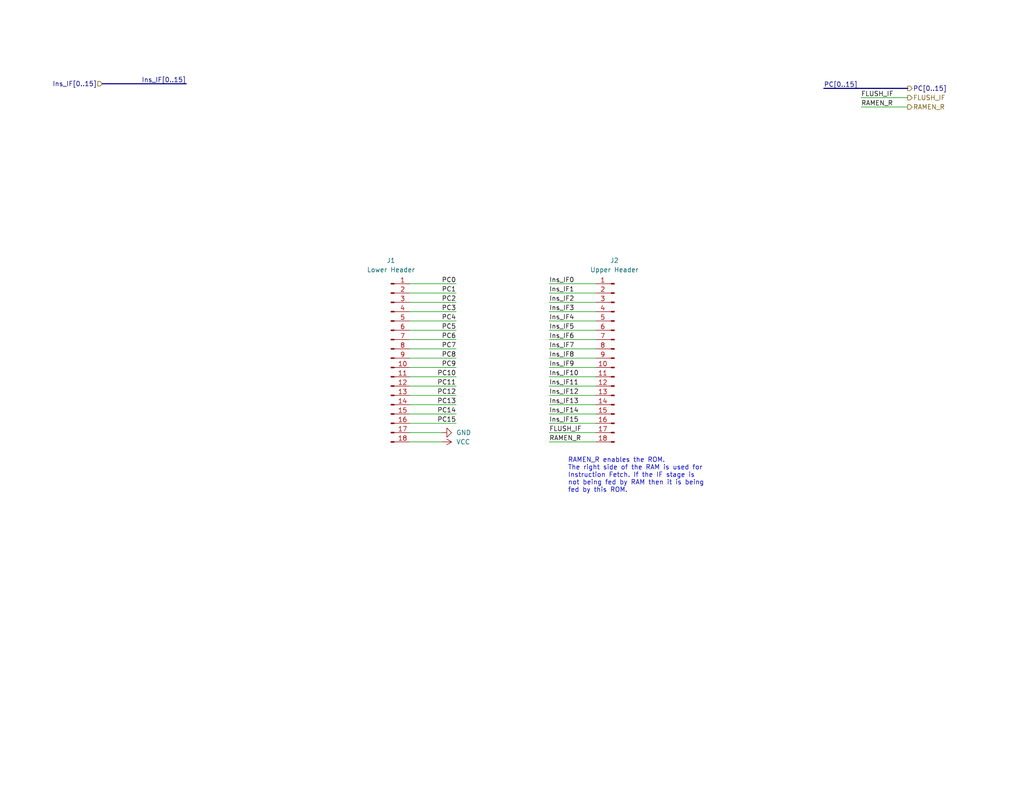
<source format=kicad_sch>
(kicad_sch (version 20230121) (generator eeschema)
  (paper "USLetter")
  (title_block (date "2023-11-27") (rev "A"))
  (lib_symbols
    (symbol "Connector:Conn_01x18_Pin" (pin_names (offset 1.016) hide)
      (property "Reference" "J" (at 0 22.86 0))
      (property "Value" "Conn_01x18_Pin" (at 0 -25.4 0))
      (symbol "Conn_01x18_Pin_1_1"
        (polyline (pts (xy 1.27 -22.86) (xy 0.8636 -22.86)) (stroke (width 0.1524)))
        (polyline (pts (xy 1.27 -20.32) (xy 0.8636 -20.32)) (stroke (width 0.1524)))
        (polyline (pts (xy 1.27 -17.78) (xy 0.8636 -17.78)) (stroke (width 0.1524)))
        (polyline (pts (xy 1.27 -15.24) (xy 0.8636 -15.24)) (stroke (width 0.1524)))
        (polyline (pts (xy 1.27 -12.7) (xy 0.8636 -12.7)) (stroke (width 0.1524)))
        (polyline (pts (xy 1.27 -10.16) (xy 0.8636 -10.16)) (stroke (width 0.1524)))
        (polyline (pts (xy 1.27 -7.62) (xy 0.8636 -7.62)) (stroke (width 0.1524)))
        (polyline (pts (xy 1.27 -5.08) (xy 0.8636 -5.08)) (stroke (width 0.1524)))
        (polyline (pts (xy 1.27 -2.54) (xy 0.8636 -2.54)) (stroke (width 0.1524)))
        (polyline (pts (xy 1.27 0) (xy 0.8636 0)) (stroke (width 0.1524)))
        (polyline (pts (xy 1.27 2.54) (xy 0.8636 2.54)) (stroke (width 0.1524)))
        (polyline (pts (xy 1.27 5.08) (xy 0.8636 5.08)) (stroke (width 0.1524)))
        (polyline (pts (xy 1.27 7.62) (xy 0.8636 7.62)) (stroke (width 0.1524)))
        (polyline (pts (xy 1.27 10.16) (xy 0.8636 10.16)) (stroke (width 0.1524)))
        (polyline (pts (xy 1.27 12.7) (xy 0.8636 12.7)) (stroke (width 0.1524)))
        (polyline (pts (xy 1.27 15.24) (xy 0.8636 15.24)) (stroke (width 0.1524)))
        (polyline (pts (xy 1.27 17.78) (xy 0.8636 17.78)) (stroke (width 0.1524)))
        (polyline (pts (xy 1.27 20.32) (xy 0.8636 20.32)) (stroke (width 0.1524)))
        (rectangle (start 0.8636 -22.733) (end 0 -22.987) (stroke (width 0.1524)) (fill (type outline)))
        (rectangle (start 0.8636 -20.193) (end 0 -20.447) (stroke (width 0.1524)) (fill (type outline)))
        (rectangle (start 0.8636 -17.653) (end 0 -17.907) (stroke (width 0.1524)) (fill (type outline)))
        (rectangle (start 0.8636 -15.113) (end 0 -15.367) (stroke (width 0.1524)) (fill (type outline)))
        (rectangle (start 0.8636 -12.573) (end 0 -12.827) (stroke (width 0.1524)) (fill (type outline)))
        (rectangle (start 0.8636 -10.033) (end 0 -10.287) (stroke (width 0.1524)) (fill (type outline)))
        (rectangle (start 0.8636 -7.493) (end 0 -7.747) (stroke (width 0.1524)) (fill (type outline)))
        (rectangle (start 0.8636 -4.953) (end 0 -5.207) (stroke (width 0.1524)) (fill (type outline)))
        (rectangle (start 0.8636 -2.413) (end 0 -2.667) (stroke (width 0.1524)) (fill (type outline)))
        (rectangle (start 0.8636 0.127) (end 0 -0.127) (stroke (width 0.1524)) (fill (type outline)))
        (rectangle (start 0.8636 2.667) (end 0 2.413) (stroke (width 0.1524)) (fill (type outline)))
        (rectangle (start 0.8636 5.207) (end 0 4.953) (stroke (width 0.1524)) (fill (type outline)))
        (rectangle (start 0.8636 7.747) (end 0 7.493) (stroke (width 0.1524)) (fill (type outline)))
        (rectangle (start 0.8636 10.287) (end 0 10.033) (stroke (width 0.1524)) (fill (type outline)))
        (rectangle (start 0.8636 12.827) (end 0 12.573) (stroke (width 0.1524)) (fill (type outline)))
        (rectangle (start 0.8636 15.367) (end 0 15.113) (stroke (width 0.1524)) (fill (type outline)))
        (rectangle (start 0.8636 17.907) (end 0 17.653) (stroke (width 0.1524)) (fill (type outline)))
        (rectangle (start 0.8636 20.447) (end 0 20.193) (stroke (width 0.1524)) (fill (type outline)))
        (pin passive line (at 5.08 20.32 180) (length 3.81) (name "Pin_1") (number "1"))
        (pin passive line (at 5.08 -2.54 180) (length 3.81) (name "Pin_10") (number "10"))
        (pin passive line (at 5.08 -5.08 180) (length 3.81) (name "Pin_11") (number "11"))
        (pin passive line (at 5.08 -7.62 180) (length 3.81) (name "Pin_12") (number "12"))
        (pin passive line (at 5.08 -10.16 180) (length 3.81) (name "Pin_13") (number "13"))
        (pin passive line (at 5.08 -12.7 180) (length 3.81) (name "Pin_14") (number "14"))
        (pin passive line (at 5.08 -15.24 180) (length 3.81) (name "Pin_15") (number "15"))
        (pin passive line (at 5.08 -17.78 180) (length 3.81) (name "Pin_16") (number "16"))
        (pin passive line (at 5.08 -20.32 180) (length 3.81) (name "Pin_17") (number "17"))
        (pin passive line (at 5.08 -22.86 180) (length 3.81) (name "Pin_18") (number "18"))
        (pin passive line (at 5.08 17.78 180) (length 3.81) (name "Pin_2") (number "2"))
        (pin passive line (at 5.08 15.24 180) (length 3.81) (name "Pin_3") (number "3"))
        (pin passive line (at 5.08 12.7 180) (length 3.81) (name "Pin_4") (number "4"))
        (pin passive line (at 5.08 10.16 180) (length 3.81) (name "Pin_5") (number "5"))
        (pin passive line (at 5.08 7.62 180) (length 3.81) (name "Pin_6") (number "6"))
        (pin passive line (at 5.08 5.08 180) (length 3.81) (name "Pin_7") (number "7"))
        (pin passive line (at 5.08 2.54 180) (length 3.81) (name "Pin_8") (number "8"))
        (pin passive line (at 5.08 0 180) (length 3.81) (name "Pin_9") (number "9"))
      )
    )
    (symbol "power:GND" (power) (pin_names (offset 0))
      (property "Value" "GND" (at 0 -3.81 0))
      (symbol "GND_0_1"
        (polyline (pts (xy 0 0) (xy 0 -1.27) (xy 1.27 -1.27) (xy 0 -2.54) (xy -1.27 -1.27) (xy 0 -1.27)))
      )
      (symbol "GND_1_1"
        (pin power_in line (at 0 0 270) (length 0) hide (name "GND") (number "1"))
      )
    )
    (symbol "power:VCC" (power) (pin_names (offset 0))
      (property "Value" "VCC" (at 0 3.81 0))
      (symbol "VCC_0_1"
        (polyline (pts (xy -0.762 1.27) (xy 0 2.54)))
        (polyline (pts (xy 0 0) (xy 0 2.54)))
        (polyline (pts (xy 0 2.54) (xy 0.762 1.27)))
      )
      (symbol "VCC_1_1"
        (pin power_in line (at 0 0 90) (length 0) hide (name "VCC") (number "1"))
      )
    )
  )
  (wire (pts (xy 124.46 85.09) (xy 111.76 85.09)))
  (wire (pts (xy 149.86 77.47) (xy 162.56 77.47)))
  (wire (pts (xy 149.86 80.01) (xy 162.56 80.01)))
  (wire (pts (xy 149.86 82.55) (xy 162.56 82.55)))
  (wire (pts (xy 149.86 115.57) (xy 162.56 115.57)))
  (wire (pts (xy 149.86 118.11) (xy 162.56 118.11)))
  (wire (pts (xy 149.86 85.09) (xy 162.56 85.09)))
  (wire (pts (xy 124.46 100.33) (xy 111.76 100.33)))
  (wire (pts (xy 149.86 113.03) (xy 162.56 113.03)))
  (wire (pts (xy 124.46 80.01) (xy 111.76 80.01)))
  (wire (pts (xy 149.86 87.63) (xy 162.56 87.63)))
  (wire (pts (xy 124.46 87.63) (xy 111.76 87.63)))
  (wire (pts (xy 149.86 102.87) (xy 162.56 102.87)))
  (wire (pts (xy 124.46 113.03) (xy 111.76 113.03)))
  (bus (pts (xy 247.65 24.13) (xy 224.79 24.13)))
  (wire (pts (xy 149.86 100.33) (xy 162.56 100.33)))
  (wire (pts (xy 234.95 26.67) (xy 247.65 26.67)))
  (wire (pts (xy 149.86 120.65) (xy 162.56 120.65)))
  (wire (pts (xy 124.46 107.95) (xy 111.76 107.95)))
  (bus (pts (xy 27.94 22.86) (xy 50.8 22.86)))
  (wire (pts (xy 149.86 107.95) (xy 162.56 107.95)))
  (wire (pts (xy 124.46 82.55) (xy 111.76 82.55)))
  (wire (pts (xy 111.76 120.65) (xy 120.65 120.65)))
  (wire (pts (xy 124.46 110.49) (xy 111.76 110.49)))
  (wire (pts (xy 149.86 92.71) (xy 162.56 92.71)))
  (wire (pts (xy 149.86 110.49) (xy 162.56 110.49)))
  (wire (pts (xy 111.76 118.11) (xy 120.65 118.11)))
  (wire (pts (xy 124.46 90.17) (xy 111.76 90.17)))
  (wire (pts (xy 124.46 77.47) (xy 111.76 77.47)))
  (wire (pts (xy 234.95 29.21) (xy 247.65 29.21)))
  (wire (pts (xy 124.46 105.41) (xy 111.76 105.41)))
  (wire (pts (xy 124.46 102.87) (xy 111.76 102.87)))
  (wire (pts (xy 149.86 95.25) (xy 162.56 95.25)))
  (wire (pts (xy 124.46 92.71) (xy 111.76 92.71)))
  (wire (pts (xy 149.86 90.17) (xy 162.56 90.17)))
  (wire (pts (xy 149.86 97.79) (xy 162.56 97.79)))
  (wire (pts (xy 149.86 105.41) (xy 162.56 105.41)))
  (wire (pts (xy 124.46 115.57) (xy 111.76 115.57)))
  (wire (pts (xy 124.46 95.25) (xy 111.76 95.25)))
  (wire (pts (xy 124.46 97.79) (xy 111.76 97.79)))
  (text "RAMEN_R enables the ROM.\nThe right side of the RAM is used for\nInstruction Fetch. If the IF stage is\nnot being fed by RAM then it is being\nfed by this ROM." (at 154.94 134.62 0) (effects (font (size 1.27 1.27)) (justify left bottom)))
  (label "PC1" (at 124.46 80.01 180))
  (label "PC12" (at 124.46 107.95 180))
  (label "Ins_IF11" (at 149.86 105.41 0))
  (label "PC9" (at 124.46 100.33 180))
  (label "PC2" (at 124.46 82.55 180))
  (label "PC[0..15]" (at 224.79 24.13 0))
  (label "Ins_IF5" (at 149.86 90.17 0))
  (label "PC7" (at 124.46 95.25 180))
  (label "PC4" (at 124.46 87.63 180))
  (label "Ins_IF[0..15]" (at 50.8 22.86 180))
  (label "RAMEN_R" (at 234.95 29.21 0))
  (label "Ins_IF14" (at 149.86 113.03 0))
  (label "FLUSH_IF" (at 234.95 26.67 0))
  (label "PC3" (at 124.46 85.09 180))
  (label "Ins_IF13" (at 149.86 110.49 0))
  (label "FLUSH_IF" (at 149.86 118.11 0))
  (label "PC8" (at 124.46 97.79 180))
  (label "PC14" (at 124.46 113.03 180))
  (label "PC13" (at 124.46 110.49 180))
  (label "Ins_IF6" (at 149.86 92.71 0))
  (label "Ins_IF1" (at 149.86 80.01 0))
  (label "PC6" (at 124.46 92.71 180))
  (label "Ins_IF7" (at 149.86 95.25 0))
  (label "Ins_IF0" (at 149.86 77.47 0))
  (label "Ins_IF8" (at 149.86 97.79 0))
  (label "RAMEN_R" (at 149.86 120.65 0))
  (label "Ins_IF9" (at 149.86 100.33 0))
  (label "PC10" (at 124.46 102.87 180))
  (label "PC11" (at 124.46 105.41 180))
  (label "PC5" (at 124.46 90.17 180))
  (label "Ins_IF3" (at 149.86 85.09 0))
  (label "Ins_IF15" (at 149.86 115.57 0))
  (label "Ins_IF2" (at 149.86 82.55 0))
  (label "PC15" (at 124.46 115.57 180))
  (label "Ins_IF4" (at 149.86 87.63 0))
  (label "Ins_IF12" (at 149.86 107.95 0))
  (label "Ins_IF10" (at 149.86 102.87 0))
  (label "PC0" (at 124.46 77.47 180))
  (hierarchical_label "RAMEN_R" (shape output) (at 247.65 29.21 0))
  (hierarchical_label "Ins_IF[0..15]" (shape input) (at 27.94 22.86 180))
  (hierarchical_label "PC[0..15]" (shape output) (at 247.65 24.13 0))
  (hierarchical_label "FLUSH_IF" (shape output) (at 247.65 26.67 0))
  (symbol (lib_id "Connector:Conn_01x18_Pin") (at 106.68 97.79 0) (unit 1)
    (property "Reference" "J1" (at 106.68 71.12 0))
    (property "Value" "Lower Header" (at 106.68 73.66 0))
    (property "Footprint" "Connector_PinHeader_2.54mm:PinHeader_1x18_P2.54mm_Vertical" (effects hide))
    (instances (project "ProcessorBoardTestFixture" (path "" (reference "J1") (unit 1)) (path "" (reference "J3") (unit 1))))
  )
  (symbol (lib_id "power:GND") (at 120.65 118.11 90) (unit 1)
    (property "Reference" "#PWR013" (effects hide))
    (property "Value" "GND" (at 124.46 118.11 90) (effects (justify right)))
    (instances (project "ProcessorBoardTestFixture" (path "" (reference "#PWR013") (unit 1)) (path "" (reference "#PWR079") (unit 1))))
  )
  (symbol (lib_id "Connector:Conn_01x18_Pin") (at 167.64 97.79 0) (mirror y) (unit 1)
    (property "Reference" "J2" (at 167.64 71.12 0))
    (property "Value" "Upper Header" (at 167.64 73.66 0))
    (property "Footprint" "Connector_PinHeader_2.54mm:PinHeader_1x18_P2.54mm_Vertical" (effects hide))
    (instances (project "ProcessorBoardTestFixture" (path "" (reference "J2") (unit 1)) (path "" (reference "J4") (unit 1))))
  )
  (symbol (lib_id "power:VCC") (at 120.65 120.65 270) (unit 1)
    (property "Reference" "#PWR014" (effects hide))
    (property "Value" "VCC" (at 124.46 120.65 90) (effects (justify left)))
    (instances (project "ProcessorBoardTestFixture" (path "" (reference "#PWR014") (unit 1)) (path "" (reference "#PWR080") (unit 1))))
  )
)
</source>
